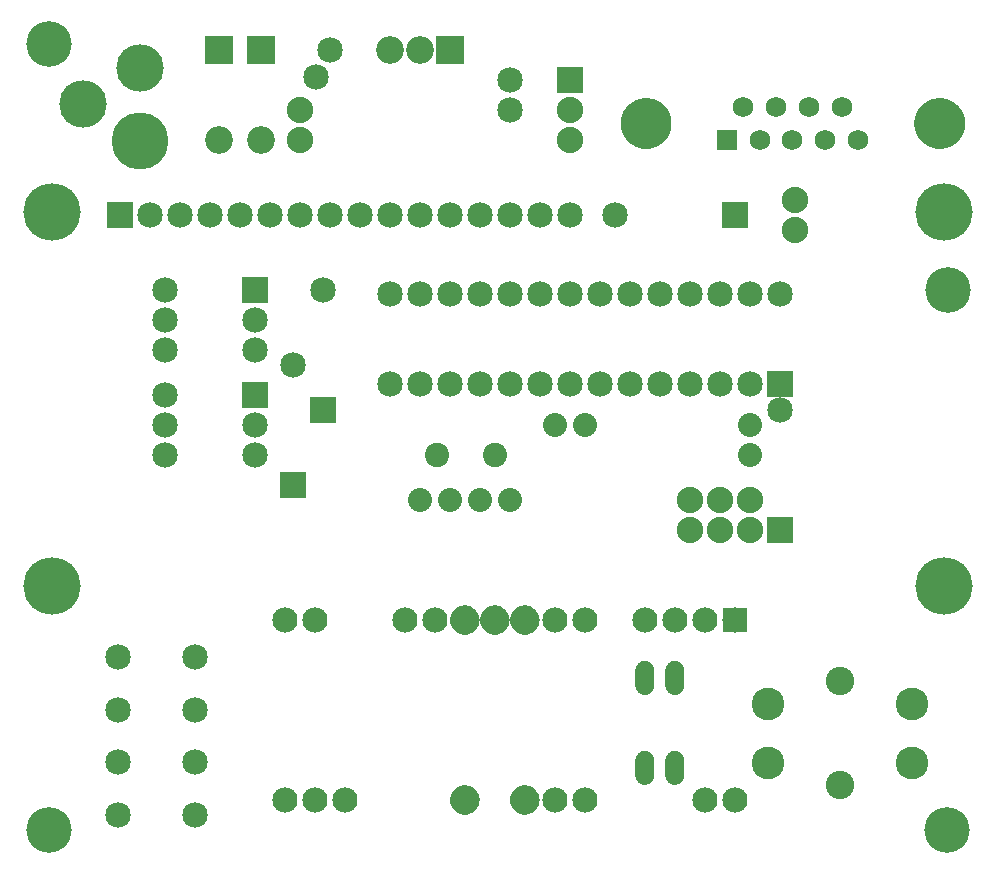
<source format=gbs>
G04 MADE WITH FRITZING*
G04 WWW.FRITZING.ORG*
G04 DOUBLE SIDED*
G04 HOLES PLATED*
G04 CONTOUR ON CENTER OF CONTOUR VECTOR*
%ASAXBY*%
%FSLAX23Y23*%
%MOIN*%
%OFA0B0*%
%SFA1.0B1.0*%
%ADD10C,0.190000*%
%ADD11C,0.158000*%
%ADD12C,0.080000*%
%ADD13C,0.062000*%
%ADD14C,0.109000*%
%ADD15C,0.095000*%
%ADD16C,0.092000*%
%ADD17C,0.084000*%
%ADD18C,0.088000*%
%ADD19C,0.085000*%
%ADD20C,0.151732*%
%ADD21C,0.191102*%
%ADD22C,0.080925*%
%ADD23C,0.080866*%
%ADD24C,0.069000*%
%ADD25R,0.092000X0.092000*%
%ADD26R,0.084000X0.084000*%
%ADD27R,0.085000X0.085000*%
%ADD28R,0.088000X0.088000*%
%ADD29R,0.069000X0.069000*%
%ADD30C,0.030000*%
%ADD31R,0.001000X0.001000*%
%LNMASK0*%
G90*
G70*
G54D10*
X432Y2408D03*
G54D11*
X432Y2653D03*
X242Y2533D03*
G54D12*
X1917Y1460D03*
X1817Y1460D03*
G54D13*
X2117Y317D03*
X2217Y317D03*
X2217Y617D03*
X2117Y617D03*
G54D14*
X3006Y334D03*
X2526Y334D03*
X3006Y530D03*
X2526Y530D03*
G54D15*
X2766Y608D03*
X2766Y263D03*
G54D16*
X1467Y2710D03*
X1367Y2710D03*
X1267Y2710D03*
G54D17*
X1817Y210D03*
X1917Y810D03*
X1417Y810D03*
X1917Y210D03*
X1317Y810D03*
X1817Y810D03*
X1017Y810D03*
X917Y810D03*
X1117Y210D03*
X1017Y210D03*
X917Y210D03*
X2417Y810D03*
X2317Y810D03*
X2217Y810D03*
X2117Y810D03*
X2317Y210D03*
X2417Y210D03*
G54D18*
X2617Y2210D03*
X2617Y2110D03*
G54D19*
X2417Y2160D03*
X2017Y2160D03*
X2567Y1110D03*
X2567Y1510D03*
G54D12*
X2467Y1360D03*
X2467Y1460D03*
G54D20*
X131Y110D03*
X130Y2732D03*
X3125Y1910D03*
X3124Y110D03*
G54D21*
X141Y926D03*
X141Y2170D03*
X3113Y926D03*
X3113Y2170D03*
G54D16*
X698Y2710D03*
X698Y2412D03*
X837Y2710D03*
X837Y2412D03*
G54D19*
X367Y2160D03*
X467Y2160D03*
X567Y2160D03*
X667Y2160D03*
X767Y2160D03*
X867Y2160D03*
X967Y2160D03*
X1067Y2160D03*
X1167Y2160D03*
X1267Y2160D03*
X1367Y2160D03*
X1467Y2160D03*
X1567Y2160D03*
X1667Y2160D03*
X1767Y2160D03*
X1867Y2160D03*
X1067Y2710D03*
X1020Y2622D03*
G54D18*
X1867Y2610D03*
X1867Y2510D03*
X1867Y2410D03*
G54D19*
X361Y337D03*
X617Y337D03*
X361Y160D03*
X617Y160D03*
X361Y687D03*
X617Y687D03*
X361Y510D03*
X617Y510D03*
X1667Y2510D03*
X1667Y2610D03*
X2567Y1599D03*
X2567Y1899D03*
X2467Y1599D03*
X2467Y1899D03*
X2367Y1599D03*
X2367Y1899D03*
X2267Y1599D03*
X2267Y1899D03*
X2167Y1599D03*
X2167Y1899D03*
X2067Y1599D03*
X2067Y1899D03*
X1967Y1599D03*
X1967Y1899D03*
X1867Y1599D03*
X1867Y1899D03*
X1767Y1599D03*
X1767Y1899D03*
X1667Y1599D03*
X1667Y1899D03*
X1567Y1599D03*
X1567Y1899D03*
X1467Y1599D03*
X1467Y1899D03*
X1367Y1599D03*
X1367Y1899D03*
X1267Y1599D03*
X1267Y1899D03*
X2567Y1599D03*
X2567Y1899D03*
X2467Y1599D03*
X2467Y1899D03*
X2367Y1599D03*
X2367Y1899D03*
X2267Y1599D03*
X2267Y1899D03*
X2167Y1599D03*
X2167Y1899D03*
X2067Y1599D03*
X2067Y1899D03*
X1967Y1599D03*
X1967Y1899D03*
X1867Y1599D03*
X1867Y1899D03*
X1767Y1599D03*
X1767Y1899D03*
X1667Y1599D03*
X1667Y1899D03*
X1567Y1599D03*
X1567Y1899D03*
X1467Y1599D03*
X1467Y1899D03*
X1367Y1599D03*
X1367Y1899D03*
X1267Y1599D03*
X1267Y1899D03*
G54D22*
X1424Y1360D03*
G54D23*
X1617Y1360D03*
G54D19*
X817Y1560D03*
X517Y1560D03*
X817Y1460D03*
X517Y1460D03*
X817Y1360D03*
X517Y1360D03*
X817Y1910D03*
X517Y1910D03*
X817Y1810D03*
X517Y1810D03*
X817Y1710D03*
X517Y1710D03*
X1043Y1510D03*
X1043Y1910D03*
G54D18*
X967Y2510D03*
X967Y2410D03*
G54D19*
X943Y1260D03*
X943Y1660D03*
G54D12*
X1367Y1210D03*
X1467Y1210D03*
X1567Y1210D03*
X1667Y1210D03*
G54D24*
X2390Y2410D03*
X2499Y2410D03*
X2608Y2410D03*
X2717Y2410D03*
X2826Y2410D03*
X2444Y2522D03*
X2554Y2522D03*
X2662Y2522D03*
X2772Y2522D03*
G54D18*
X2467Y1110D03*
X2367Y1110D03*
X2267Y1110D03*
X2467Y1110D03*
X2367Y1110D03*
X2267Y1110D03*
X2267Y1210D03*
X2367Y1210D03*
X2467Y1210D03*
G54D25*
X1467Y2710D03*
G54D26*
X2417Y810D03*
G54D27*
X2417Y2160D03*
X2567Y1110D03*
G54D25*
X698Y2711D03*
X837Y2711D03*
G54D27*
X366Y2160D03*
G54D28*
X1867Y2610D03*
G54D27*
X2567Y1599D03*
X2567Y1599D03*
X817Y1560D03*
X817Y1910D03*
X1043Y1510D03*
X943Y1260D03*
G54D29*
X2390Y2410D03*
G54D30*
G36*
X1078Y2673D02*
X1030Y2699D01*
X1055Y2747D01*
X1104Y2721D01*
X1078Y2673D01*
G37*
D02*
G36*
X1639Y2537D02*
X1694Y2537D01*
X1694Y2482D01*
X1639Y2482D01*
X1639Y2537D01*
G37*
D02*
G54D31*
X2114Y2551D02*
X2126Y2551D01*
X3093Y2551D02*
X3105Y2551D01*
X2107Y2550D02*
X2134Y2550D01*
X3086Y2550D02*
X3112Y2550D01*
X2102Y2549D02*
X2138Y2549D01*
X3081Y2549D02*
X3117Y2549D01*
X2098Y2548D02*
X2142Y2548D01*
X3077Y2548D02*
X3121Y2548D01*
X2095Y2547D02*
X2145Y2547D01*
X3074Y2547D02*
X3124Y2547D01*
X2092Y2546D02*
X2148Y2546D01*
X3071Y2546D02*
X3127Y2546D01*
X2090Y2545D02*
X2151Y2545D01*
X3068Y2545D02*
X3129Y2545D01*
X2087Y2544D02*
X2153Y2544D01*
X3066Y2544D02*
X3132Y2544D01*
X2085Y2543D02*
X2155Y2543D01*
X3064Y2543D02*
X3134Y2543D01*
X2083Y2542D02*
X2157Y2542D01*
X3062Y2542D02*
X3136Y2542D01*
X2081Y2541D02*
X2159Y2541D01*
X3060Y2541D02*
X3138Y2541D01*
X2079Y2540D02*
X2161Y2540D01*
X3058Y2540D02*
X3140Y2540D01*
X2078Y2539D02*
X2163Y2539D01*
X3056Y2539D02*
X3142Y2539D01*
X2076Y2538D02*
X2164Y2538D01*
X3055Y2538D02*
X3143Y2538D01*
X2074Y2537D02*
X2166Y2537D01*
X3053Y2537D02*
X3145Y2537D01*
X2073Y2536D02*
X2168Y2536D01*
X3052Y2536D02*
X3146Y2536D01*
X2071Y2535D02*
X2169Y2535D01*
X3050Y2535D02*
X3148Y2535D01*
X2070Y2534D02*
X2170Y2534D01*
X3049Y2534D02*
X3149Y2534D01*
X2069Y2533D02*
X2172Y2533D01*
X3047Y2533D02*
X3150Y2533D01*
X2067Y2532D02*
X2173Y2532D01*
X3046Y2532D02*
X3152Y2532D01*
X2066Y2531D02*
X2174Y2531D01*
X3045Y2531D02*
X3153Y2531D01*
X2065Y2530D02*
X2175Y2530D01*
X3044Y2530D02*
X3154Y2530D01*
X2064Y2529D02*
X2177Y2529D01*
X3043Y2529D02*
X3155Y2529D01*
X2063Y2528D02*
X2178Y2528D01*
X3041Y2528D02*
X3157Y2528D01*
X2062Y2527D02*
X2179Y2527D01*
X3040Y2527D02*
X3158Y2527D01*
X2061Y2526D02*
X2180Y2526D01*
X3039Y2526D02*
X3159Y2526D01*
X2060Y2525D02*
X2181Y2525D01*
X3038Y2525D02*
X3160Y2525D01*
X2059Y2524D02*
X2182Y2524D01*
X3037Y2524D02*
X3161Y2524D01*
X2058Y2523D02*
X2183Y2523D01*
X3036Y2523D02*
X3162Y2523D01*
X2057Y2522D02*
X2184Y2522D01*
X3035Y2522D02*
X3163Y2522D01*
X2056Y2521D02*
X2185Y2521D01*
X3035Y2521D02*
X3163Y2521D01*
X2055Y2520D02*
X2186Y2520D01*
X3034Y2520D02*
X3164Y2520D01*
X2054Y2519D02*
X2186Y2519D01*
X3033Y2519D02*
X3165Y2519D01*
X2053Y2518D02*
X2187Y2518D01*
X3032Y2518D02*
X3166Y2518D01*
X2053Y2517D02*
X2188Y2517D01*
X3031Y2517D02*
X3167Y2517D01*
X2052Y2516D02*
X2189Y2516D01*
X3030Y2516D02*
X3167Y2516D01*
X2051Y2515D02*
X2189Y2515D01*
X3030Y2515D02*
X3168Y2515D01*
X2050Y2514D02*
X2190Y2514D01*
X3029Y2514D02*
X3169Y2514D01*
X2050Y2513D02*
X2191Y2513D01*
X3028Y2513D02*
X3170Y2513D01*
X2049Y2512D02*
X2191Y2512D01*
X3028Y2512D02*
X3170Y2512D01*
X2048Y2511D02*
X2192Y2511D01*
X3027Y2511D02*
X3171Y2511D01*
X2048Y2510D02*
X2193Y2510D01*
X3026Y2510D02*
X3171Y2510D01*
X2047Y2509D02*
X2193Y2509D01*
X3026Y2509D02*
X3172Y2509D01*
X2047Y2508D02*
X2194Y2508D01*
X3025Y2508D02*
X3173Y2508D01*
X2046Y2507D02*
X2194Y2507D01*
X3025Y2507D02*
X3173Y2507D01*
X2045Y2506D02*
X2195Y2506D01*
X3024Y2506D02*
X3174Y2506D01*
X2045Y2505D02*
X2195Y2505D01*
X3024Y2505D02*
X3174Y2505D01*
X2044Y2504D02*
X2196Y2504D01*
X3023Y2504D02*
X3175Y2504D01*
X2044Y2503D02*
X2196Y2503D01*
X3023Y2503D02*
X3175Y2503D01*
X2044Y2502D02*
X2197Y2502D01*
X3022Y2502D02*
X3176Y2502D01*
X2043Y2501D02*
X2197Y2501D01*
X3022Y2501D02*
X3176Y2501D01*
X2043Y2500D02*
X2198Y2500D01*
X3021Y2500D02*
X3176Y2500D01*
X2042Y2499D02*
X2198Y2499D01*
X3021Y2499D02*
X3177Y2499D01*
X2042Y2498D02*
X2199Y2498D01*
X3021Y2498D02*
X3177Y2498D01*
X2042Y2497D02*
X2199Y2497D01*
X3020Y2497D02*
X3178Y2497D01*
X2041Y2496D02*
X2199Y2496D01*
X3020Y2496D02*
X3178Y2496D01*
X2041Y2495D02*
X2200Y2495D01*
X3020Y2495D02*
X3178Y2495D01*
X2040Y2494D02*
X2200Y2494D01*
X3019Y2494D02*
X3179Y2494D01*
X2040Y2493D02*
X2200Y2493D01*
X3019Y2493D02*
X3179Y2493D01*
X2040Y2492D02*
X2201Y2492D01*
X3019Y2492D02*
X3179Y2492D01*
X2040Y2491D02*
X2201Y2491D01*
X3018Y2491D02*
X3180Y2491D01*
X2039Y2490D02*
X2201Y2490D01*
X3018Y2490D02*
X3180Y2490D01*
X2039Y2489D02*
X2201Y2489D01*
X3018Y2489D02*
X3180Y2489D01*
X2039Y2488D02*
X2202Y2488D01*
X3017Y2488D02*
X3180Y2488D01*
X2039Y2487D02*
X2202Y2487D01*
X3017Y2487D02*
X3181Y2487D01*
X2038Y2486D02*
X2202Y2486D01*
X3017Y2486D02*
X3181Y2486D01*
X2038Y2485D02*
X2202Y2485D01*
X3017Y2485D02*
X3181Y2485D01*
X2038Y2484D02*
X2203Y2484D01*
X3017Y2484D02*
X3181Y2484D01*
X2038Y2483D02*
X2203Y2483D01*
X3016Y2483D02*
X3182Y2483D01*
X2037Y2482D02*
X2203Y2482D01*
X3016Y2482D02*
X3182Y2482D01*
X2037Y2481D02*
X2203Y2481D01*
X3016Y2481D02*
X3182Y2481D01*
X2037Y2480D02*
X2203Y2480D01*
X3016Y2480D02*
X3182Y2480D01*
X2037Y2479D02*
X2203Y2479D01*
X3016Y2479D02*
X3182Y2479D01*
X2037Y2478D02*
X2204Y2478D01*
X3016Y2478D02*
X3182Y2478D01*
X2037Y2477D02*
X2204Y2477D01*
X3016Y2477D02*
X3182Y2477D01*
X2037Y2476D02*
X2204Y2476D01*
X3015Y2476D02*
X3183Y2476D01*
X2037Y2475D02*
X2204Y2475D01*
X3015Y2475D02*
X3183Y2475D01*
X2036Y2474D02*
X2204Y2474D01*
X3015Y2474D02*
X3183Y2474D01*
X2036Y2473D02*
X2204Y2473D01*
X3015Y2473D02*
X3183Y2473D01*
X2036Y2472D02*
X2204Y2472D01*
X3015Y2472D02*
X3183Y2472D01*
X2036Y2471D02*
X2204Y2471D01*
X3015Y2471D02*
X3183Y2471D01*
X2036Y2470D02*
X2204Y2470D01*
X3015Y2470D02*
X3183Y2470D01*
X2036Y2469D02*
X2204Y2469D01*
X3015Y2469D02*
X3183Y2469D01*
X2036Y2468D02*
X2204Y2468D01*
X3015Y2468D02*
X3183Y2468D01*
X2036Y2467D02*
X2204Y2467D01*
X3015Y2467D02*
X3183Y2467D01*
X2036Y2466D02*
X2204Y2466D01*
X3015Y2466D02*
X3183Y2466D01*
X2036Y2465D02*
X2204Y2465D01*
X3015Y2465D02*
X3183Y2465D01*
X2036Y2464D02*
X2204Y2464D01*
X3015Y2464D02*
X3183Y2464D01*
X2036Y2463D02*
X2204Y2463D01*
X3015Y2463D02*
X3183Y2463D01*
X2036Y2462D02*
X2204Y2462D01*
X3015Y2462D02*
X3183Y2462D01*
X2036Y2461D02*
X2204Y2461D01*
X3015Y2461D02*
X3183Y2461D01*
X2036Y2460D02*
X2204Y2460D01*
X3015Y2460D02*
X3183Y2460D01*
X2036Y2459D02*
X2204Y2459D01*
X3015Y2459D02*
X3183Y2459D01*
X2037Y2458D02*
X2204Y2458D01*
X3015Y2458D02*
X3183Y2458D01*
X2037Y2457D02*
X2204Y2457D01*
X3015Y2457D02*
X3183Y2457D01*
X2037Y2456D02*
X2204Y2456D01*
X3015Y2456D02*
X3182Y2456D01*
X2037Y2455D02*
X2204Y2455D01*
X3016Y2455D02*
X3182Y2455D01*
X2037Y2454D02*
X2203Y2454D01*
X3016Y2454D02*
X3182Y2454D01*
X2037Y2453D02*
X2203Y2453D01*
X3016Y2453D02*
X3182Y2453D01*
X2037Y2452D02*
X2203Y2452D01*
X3016Y2452D02*
X3182Y2452D01*
X2037Y2451D02*
X2203Y2451D01*
X3016Y2451D02*
X3182Y2451D01*
X2038Y2450D02*
X2203Y2450D01*
X3016Y2450D02*
X3182Y2450D01*
X2038Y2449D02*
X2203Y2449D01*
X3017Y2449D02*
X3181Y2449D01*
X2038Y2448D02*
X2202Y2448D01*
X3017Y2448D02*
X3181Y2448D01*
X2038Y2447D02*
X2202Y2447D01*
X3017Y2447D02*
X3181Y2447D01*
X2038Y2446D02*
X2202Y2446D01*
X3017Y2446D02*
X3181Y2446D01*
X2039Y2445D02*
X2202Y2445D01*
X3017Y2445D02*
X3181Y2445D01*
X2039Y2444D02*
X2202Y2444D01*
X3018Y2444D02*
X3180Y2444D01*
X2039Y2443D02*
X2201Y2443D01*
X3018Y2443D02*
X3180Y2443D01*
X2039Y2442D02*
X2201Y2442D01*
X3018Y2442D02*
X3180Y2442D01*
X2040Y2441D02*
X2201Y2441D01*
X3018Y2441D02*
X3179Y2441D01*
X2040Y2440D02*
X2200Y2440D01*
X3019Y2440D02*
X3179Y2440D01*
X2040Y2439D02*
X2200Y2439D01*
X3019Y2439D02*
X3179Y2439D01*
X2041Y2438D02*
X2200Y2438D01*
X3019Y2438D02*
X3179Y2438D01*
X2041Y2437D02*
X2199Y2437D01*
X3020Y2437D02*
X3178Y2437D01*
X2041Y2436D02*
X2199Y2436D01*
X3020Y2436D02*
X3178Y2436D01*
X2042Y2435D02*
X2199Y2435D01*
X3020Y2435D02*
X3177Y2435D01*
X2042Y2434D02*
X2198Y2434D01*
X3021Y2434D02*
X3177Y2434D01*
X2043Y2433D02*
X2198Y2433D01*
X3021Y2433D02*
X3177Y2433D01*
X2043Y2432D02*
X2198Y2432D01*
X3022Y2432D02*
X3176Y2432D01*
X2043Y2431D02*
X2197Y2431D01*
X3022Y2431D02*
X3176Y2431D01*
X2044Y2430D02*
X2197Y2430D01*
X3023Y2430D02*
X3175Y2430D01*
X2044Y2429D02*
X2196Y2429D01*
X3023Y2429D02*
X3175Y2429D01*
X2045Y2428D02*
X2196Y2428D01*
X3024Y2428D02*
X3174Y2428D01*
X2045Y2427D02*
X2195Y2427D01*
X3024Y2427D02*
X3174Y2427D01*
X2046Y2426D02*
X2195Y2426D01*
X3025Y2426D02*
X3173Y2426D01*
X2046Y2425D02*
X2194Y2425D01*
X3025Y2425D02*
X3173Y2425D01*
X2047Y2424D02*
X2194Y2424D01*
X3026Y2424D02*
X3172Y2424D01*
X2047Y2423D02*
X2193Y2423D01*
X3026Y2423D02*
X3172Y2423D01*
X2048Y2422D02*
X2192Y2422D01*
X3027Y2422D02*
X3171Y2422D01*
X2049Y2421D02*
X2192Y2421D01*
X3027Y2421D02*
X3170Y2421D01*
X2049Y2420D02*
X2191Y2420D01*
X3028Y2420D02*
X3170Y2420D01*
X2050Y2419D02*
X2190Y2419D01*
X3029Y2419D02*
X3169Y2419D01*
X2051Y2418D02*
X2190Y2418D01*
X3029Y2418D02*
X3168Y2418D01*
X2051Y2417D02*
X2189Y2417D01*
X3030Y2417D02*
X3168Y2417D01*
X2052Y2416D02*
X2188Y2416D01*
X3031Y2416D02*
X3167Y2416D01*
X2053Y2415D02*
X2187Y2415D01*
X3032Y2415D02*
X3166Y2415D01*
X2054Y2414D02*
X2187Y2414D01*
X3032Y2414D02*
X3165Y2414D01*
X2055Y2413D02*
X2186Y2413D01*
X3033Y2413D02*
X3165Y2413D01*
X2055Y2412D02*
X2185Y2412D01*
X3034Y2412D02*
X3164Y2412D01*
X2056Y2411D02*
X2184Y2411D01*
X3035Y2411D02*
X3163Y2411D01*
X2057Y2410D02*
X2183Y2410D01*
X3036Y2410D02*
X3162Y2410D01*
X2058Y2409D02*
X2182Y2409D01*
X3037Y2409D02*
X3161Y2409D01*
X2059Y2408D02*
X2181Y2408D01*
X3038Y2408D02*
X3160Y2408D01*
X2060Y2407D02*
X2180Y2407D01*
X3039Y2407D02*
X3159Y2407D01*
X2061Y2406D02*
X2179Y2406D01*
X3040Y2406D02*
X3158Y2406D01*
X2062Y2405D02*
X2178Y2405D01*
X3041Y2405D02*
X3157Y2405D01*
X2063Y2404D02*
X2177Y2404D01*
X3042Y2404D02*
X3156Y2404D01*
X2064Y2403D02*
X2176Y2403D01*
X3043Y2403D02*
X3155Y2403D01*
X2066Y2402D02*
X2175Y2402D01*
X3044Y2402D02*
X3154Y2402D01*
X2067Y2401D02*
X2174Y2401D01*
X3046Y2401D02*
X3152Y2401D01*
X2068Y2400D02*
X2172Y2400D01*
X3047Y2400D02*
X3151Y2400D01*
X2069Y2399D02*
X2171Y2399D01*
X3048Y2399D02*
X3150Y2399D01*
X2071Y2398D02*
X2170Y2398D01*
X3050Y2398D02*
X3148Y2398D01*
X2072Y2397D02*
X2168Y2397D01*
X3051Y2397D02*
X3147Y2397D01*
X2074Y2396D02*
X2167Y2396D01*
X3052Y2396D02*
X3145Y2396D01*
X2075Y2395D02*
X2165Y2395D01*
X3054Y2395D02*
X3144Y2395D01*
X2077Y2394D02*
X2164Y2394D01*
X3056Y2394D02*
X3142Y2394D01*
X2079Y2393D02*
X2162Y2393D01*
X3057Y2393D02*
X3141Y2393D01*
X2080Y2392D02*
X2160Y2392D01*
X3059Y2392D02*
X3139Y2392D01*
X2082Y2391D02*
X2158Y2391D01*
X3061Y2391D02*
X3137Y2391D01*
X2084Y2390D02*
X2156Y2390D01*
X3063Y2390D02*
X3135Y2390D01*
X2086Y2389D02*
X2154Y2389D01*
X3065Y2389D02*
X3133Y2389D01*
X2089Y2388D02*
X2152Y2388D01*
X3067Y2388D02*
X3130Y2388D01*
X2091Y2387D02*
X2149Y2387D01*
X3070Y2387D02*
X3128Y2387D01*
X2094Y2386D02*
X2146Y2386D01*
X3073Y2386D02*
X3125Y2386D01*
X2097Y2385D02*
X2143Y2385D01*
X3076Y2385D02*
X3122Y2385D01*
X2100Y2384D02*
X2140Y2384D01*
X3079Y2384D02*
X3119Y2384D01*
X2105Y2383D02*
X2136Y2383D01*
X3083Y2383D02*
X3114Y2383D01*
X2111Y2382D02*
X2130Y2382D01*
X3089Y2382D02*
X3109Y2382D01*
X1509Y860D02*
X1523Y860D01*
X1609Y860D02*
X1623Y860D01*
X1709Y860D02*
X1723Y860D01*
X1505Y859D02*
X1527Y859D01*
X1605Y859D02*
X1627Y859D01*
X1705Y859D02*
X1727Y859D01*
X1502Y858D02*
X1530Y858D01*
X1602Y858D02*
X1630Y858D01*
X1701Y858D02*
X1730Y858D01*
X1499Y857D02*
X1533Y857D01*
X1599Y857D02*
X1633Y857D01*
X1699Y857D02*
X1733Y857D01*
X1497Y856D02*
X1535Y856D01*
X1597Y856D02*
X1635Y856D01*
X1697Y856D02*
X1735Y856D01*
X1495Y855D02*
X1537Y855D01*
X1595Y855D02*
X1637Y855D01*
X1695Y855D02*
X1737Y855D01*
X1493Y854D02*
X1539Y854D01*
X1593Y854D02*
X1639Y854D01*
X1693Y854D02*
X1739Y854D01*
X1491Y853D02*
X1540Y853D01*
X1591Y853D02*
X1640Y853D01*
X1691Y853D02*
X1740Y853D01*
X1490Y852D02*
X1542Y852D01*
X1590Y852D02*
X1642Y852D01*
X1690Y852D02*
X1742Y852D01*
X1488Y851D02*
X1543Y851D01*
X1588Y851D02*
X1643Y851D01*
X1688Y851D02*
X1743Y851D01*
X1487Y850D02*
X1544Y850D01*
X1587Y850D02*
X1644Y850D01*
X1687Y850D02*
X1744Y850D01*
X1486Y849D02*
X1546Y849D01*
X1586Y849D02*
X1646Y849D01*
X1686Y849D02*
X1746Y849D01*
X1485Y848D02*
X1547Y848D01*
X1585Y848D02*
X1647Y848D01*
X1685Y848D02*
X1747Y848D01*
X1484Y847D02*
X1548Y847D01*
X1584Y847D02*
X1648Y847D01*
X1684Y847D02*
X1748Y847D01*
X1483Y846D02*
X1549Y846D01*
X1583Y846D02*
X1649Y846D01*
X1683Y846D02*
X1749Y846D01*
X1482Y845D02*
X1550Y845D01*
X1582Y845D02*
X1650Y845D01*
X1682Y845D02*
X1750Y845D01*
X1481Y844D02*
X1551Y844D01*
X1581Y844D02*
X1651Y844D01*
X1681Y844D02*
X1751Y844D01*
X1480Y843D02*
X1552Y843D01*
X1580Y843D02*
X1652Y843D01*
X1680Y843D02*
X1752Y843D01*
X1479Y842D02*
X1553Y842D01*
X1579Y842D02*
X1653Y842D01*
X1679Y842D02*
X1753Y842D01*
X1478Y841D02*
X1554Y841D01*
X1578Y841D02*
X1654Y841D01*
X1678Y841D02*
X1754Y841D01*
X1477Y840D02*
X1554Y840D01*
X1577Y840D02*
X1654Y840D01*
X1677Y840D02*
X1754Y840D01*
X1477Y839D02*
X1555Y839D01*
X1576Y839D02*
X1655Y839D01*
X1676Y839D02*
X1755Y839D01*
X1476Y838D02*
X1556Y838D01*
X1576Y838D02*
X1656Y838D01*
X1676Y838D02*
X1756Y838D01*
X1475Y837D02*
X1557Y837D01*
X1575Y837D02*
X1657Y837D01*
X1675Y837D02*
X1756Y837D01*
X1474Y836D02*
X1557Y836D01*
X1574Y836D02*
X1657Y836D01*
X1674Y836D02*
X1757Y836D01*
X1474Y835D02*
X1558Y835D01*
X1574Y835D02*
X1658Y835D01*
X1674Y835D02*
X1758Y835D01*
X1473Y834D02*
X1558Y834D01*
X1573Y834D02*
X1658Y834D01*
X1673Y834D02*
X1758Y834D01*
X1473Y833D02*
X1559Y833D01*
X1573Y833D02*
X1659Y833D01*
X1673Y833D02*
X1759Y833D01*
X1472Y832D02*
X1559Y832D01*
X1572Y832D02*
X1659Y832D01*
X1672Y832D02*
X1759Y832D01*
X1472Y831D02*
X1560Y831D01*
X1572Y831D02*
X1660Y831D01*
X1672Y831D02*
X1760Y831D01*
X1471Y830D02*
X1560Y830D01*
X1571Y830D02*
X1660Y830D01*
X1671Y830D02*
X1760Y830D01*
X1471Y829D02*
X1561Y829D01*
X1571Y829D02*
X1661Y829D01*
X1671Y829D02*
X1761Y829D01*
X1470Y828D02*
X1561Y828D01*
X1570Y828D02*
X1661Y828D01*
X1670Y828D02*
X1761Y828D01*
X1470Y827D02*
X1562Y827D01*
X1570Y827D02*
X1662Y827D01*
X1670Y827D02*
X1762Y827D01*
X1470Y826D02*
X1562Y826D01*
X1570Y826D02*
X1662Y826D01*
X1669Y826D02*
X1762Y826D01*
X1469Y825D02*
X1562Y825D01*
X1569Y825D02*
X1662Y825D01*
X1669Y825D02*
X1762Y825D01*
X1469Y824D02*
X1563Y824D01*
X1569Y824D02*
X1663Y824D01*
X1669Y824D02*
X1763Y824D01*
X1469Y823D02*
X1563Y823D01*
X1569Y823D02*
X1663Y823D01*
X1669Y823D02*
X1763Y823D01*
X1468Y822D02*
X1563Y822D01*
X1568Y822D02*
X1663Y822D01*
X1668Y822D02*
X1763Y822D01*
X1468Y821D02*
X1564Y821D01*
X1568Y821D02*
X1664Y821D01*
X1668Y821D02*
X1764Y821D01*
X1468Y820D02*
X1564Y820D01*
X1568Y820D02*
X1664Y820D01*
X1668Y820D02*
X1764Y820D01*
X1468Y819D02*
X1564Y819D01*
X1568Y819D02*
X1664Y819D01*
X1668Y819D02*
X1764Y819D01*
X1467Y818D02*
X1564Y818D01*
X1567Y818D02*
X1664Y818D01*
X1667Y818D02*
X1764Y818D01*
X1467Y817D02*
X1564Y817D01*
X1567Y817D02*
X1664Y817D01*
X1667Y817D02*
X1764Y817D01*
X1467Y816D02*
X1564Y816D01*
X1567Y816D02*
X1664Y816D01*
X1667Y816D02*
X1764Y816D01*
X1467Y815D02*
X1565Y815D01*
X1567Y815D02*
X1665Y815D01*
X1667Y815D02*
X1765Y815D01*
X1467Y814D02*
X1565Y814D01*
X1567Y814D02*
X1665Y814D01*
X1667Y814D02*
X1765Y814D01*
X1467Y813D02*
X1565Y813D01*
X1567Y813D02*
X1665Y813D01*
X1667Y813D02*
X1765Y813D01*
X1467Y812D02*
X1565Y812D01*
X1567Y812D02*
X1665Y812D01*
X1667Y812D02*
X1765Y812D01*
X1467Y811D02*
X1565Y811D01*
X1567Y811D02*
X1665Y811D01*
X1667Y811D02*
X1765Y811D01*
X1467Y810D02*
X1565Y810D01*
X1567Y810D02*
X1665Y810D01*
X1667Y810D02*
X1765Y810D01*
X1467Y809D02*
X1565Y809D01*
X1567Y809D02*
X1665Y809D01*
X1667Y809D02*
X1765Y809D01*
X1467Y808D02*
X1565Y808D01*
X1567Y808D02*
X1665Y808D01*
X1667Y808D02*
X1765Y808D01*
X1467Y807D02*
X1565Y807D01*
X1567Y807D02*
X1665Y807D01*
X1667Y807D02*
X1764Y807D01*
X1467Y806D02*
X1564Y806D01*
X1567Y806D02*
X1664Y806D01*
X1667Y806D02*
X1764Y806D01*
X1467Y805D02*
X1564Y805D01*
X1567Y805D02*
X1664Y805D01*
X1667Y805D02*
X1764Y805D01*
X1468Y804D02*
X1564Y804D01*
X1567Y804D02*
X1664Y804D01*
X1667Y804D02*
X1764Y804D01*
X1468Y803D02*
X1564Y803D01*
X1568Y803D02*
X1664Y803D01*
X1668Y803D02*
X1764Y803D01*
X1468Y802D02*
X1564Y802D01*
X1568Y802D02*
X1664Y802D01*
X1668Y802D02*
X1764Y802D01*
X1468Y801D02*
X1563Y801D01*
X1568Y801D02*
X1663Y801D01*
X1668Y801D02*
X1763Y801D01*
X1468Y800D02*
X1563Y800D01*
X1568Y800D02*
X1663Y800D01*
X1668Y800D02*
X1763Y800D01*
X1469Y799D02*
X1563Y799D01*
X1569Y799D02*
X1663Y799D01*
X1669Y799D02*
X1763Y799D01*
X1469Y798D02*
X1563Y798D01*
X1569Y798D02*
X1663Y798D01*
X1669Y798D02*
X1763Y798D01*
X1469Y797D02*
X1562Y797D01*
X1569Y797D02*
X1662Y797D01*
X1669Y797D02*
X1762Y797D01*
X1470Y796D02*
X1562Y796D01*
X1570Y796D02*
X1662Y796D01*
X1670Y796D02*
X1762Y796D01*
X1470Y795D02*
X1562Y795D01*
X1570Y795D02*
X1662Y795D01*
X1670Y795D02*
X1762Y795D01*
X1470Y794D02*
X1561Y794D01*
X1570Y794D02*
X1661Y794D01*
X1670Y794D02*
X1761Y794D01*
X1471Y793D02*
X1561Y793D01*
X1571Y793D02*
X1661Y793D01*
X1671Y793D02*
X1761Y793D01*
X1471Y792D02*
X1560Y792D01*
X1571Y792D02*
X1660Y792D01*
X1671Y792D02*
X1760Y792D01*
X1472Y791D02*
X1560Y791D01*
X1572Y791D02*
X1660Y791D01*
X1672Y791D02*
X1760Y791D01*
X1472Y790D02*
X1559Y790D01*
X1572Y790D02*
X1659Y790D01*
X1672Y790D02*
X1759Y790D01*
X1473Y789D02*
X1559Y789D01*
X1573Y789D02*
X1659Y789D01*
X1673Y789D02*
X1759Y789D01*
X1473Y788D02*
X1558Y788D01*
X1573Y788D02*
X1658Y788D01*
X1673Y788D02*
X1758Y788D01*
X1474Y787D02*
X1558Y787D01*
X1574Y787D02*
X1658Y787D01*
X1674Y787D02*
X1757Y787D01*
X1475Y786D02*
X1557Y786D01*
X1575Y786D02*
X1657Y786D01*
X1675Y786D02*
X1757Y786D01*
X1475Y785D02*
X1556Y785D01*
X1575Y785D02*
X1656Y785D01*
X1675Y785D02*
X1756Y785D01*
X1476Y784D02*
X1556Y784D01*
X1576Y784D02*
X1656Y784D01*
X1676Y784D02*
X1756Y784D01*
X1477Y783D02*
X1555Y783D01*
X1577Y783D02*
X1655Y783D01*
X1677Y783D02*
X1755Y783D01*
X1478Y782D02*
X1554Y782D01*
X1578Y782D02*
X1654Y782D01*
X1678Y782D02*
X1754Y782D01*
X1478Y781D02*
X1553Y781D01*
X1578Y781D02*
X1653Y781D01*
X1678Y781D02*
X1753Y781D01*
X1479Y780D02*
X1552Y780D01*
X1579Y780D02*
X1652Y780D01*
X1679Y780D02*
X1752Y780D01*
X1480Y779D02*
X1552Y779D01*
X1580Y779D02*
X1652Y779D01*
X1680Y779D02*
X1751Y779D01*
X1481Y778D02*
X1551Y778D01*
X1581Y778D02*
X1651Y778D01*
X1681Y778D02*
X1751Y778D01*
X1482Y777D02*
X1550Y777D01*
X1582Y777D02*
X1650Y777D01*
X1682Y777D02*
X1750Y777D01*
X1483Y776D02*
X1549Y776D01*
X1583Y776D02*
X1649Y776D01*
X1683Y776D02*
X1749Y776D01*
X1484Y775D02*
X1548Y775D01*
X1584Y775D02*
X1648Y775D01*
X1684Y775D02*
X1747Y775D01*
X1485Y774D02*
X1546Y774D01*
X1585Y774D02*
X1646Y774D01*
X1685Y774D02*
X1746Y774D01*
X1486Y773D02*
X1545Y773D01*
X1586Y773D02*
X1645Y773D01*
X1686Y773D02*
X1745Y773D01*
X1488Y772D02*
X1544Y772D01*
X1588Y772D02*
X1644Y772D01*
X1688Y772D02*
X1744Y772D01*
X1489Y771D02*
X1543Y771D01*
X1589Y771D02*
X1643Y771D01*
X1689Y771D02*
X1743Y771D01*
X1491Y770D02*
X1541Y770D01*
X1591Y770D02*
X1641Y770D01*
X1690Y770D02*
X1741Y770D01*
X1492Y769D02*
X1540Y769D01*
X1592Y769D02*
X1640Y769D01*
X1692Y769D02*
X1740Y769D01*
X1494Y768D02*
X1538Y768D01*
X1594Y768D02*
X1638Y768D01*
X1694Y768D02*
X1738Y768D01*
X1496Y767D02*
X1536Y767D01*
X1596Y767D02*
X1636Y767D01*
X1696Y767D02*
X1736Y767D01*
X1498Y766D02*
X1534Y766D01*
X1598Y766D02*
X1634Y766D01*
X1698Y766D02*
X1734Y766D01*
X1500Y765D02*
X1532Y765D01*
X1600Y765D02*
X1632Y765D01*
X1700Y765D02*
X1732Y765D01*
X1503Y764D02*
X1529Y764D01*
X1603Y764D02*
X1629Y764D01*
X1703Y764D02*
X1729Y764D01*
X1506Y763D02*
X1525Y763D01*
X1606Y763D02*
X1625Y763D01*
X1706Y763D02*
X1725Y763D01*
X1512Y762D02*
X1520Y762D01*
X1612Y762D02*
X1620Y762D01*
X1712Y762D02*
X1720Y762D01*
X2112Y675D02*
X2120Y675D01*
X2212Y675D02*
X2220Y675D01*
X2108Y674D02*
X2124Y674D01*
X2208Y674D02*
X2224Y674D01*
X2105Y673D02*
X2127Y673D01*
X2205Y673D02*
X2227Y673D01*
X2103Y672D02*
X2129Y672D01*
X2203Y672D02*
X2229Y672D01*
X2101Y671D02*
X2130Y671D01*
X2201Y671D02*
X2230Y671D01*
X2099Y670D02*
X2132Y670D01*
X2199Y670D02*
X2232Y670D01*
X2098Y669D02*
X2133Y669D01*
X2198Y669D02*
X2233Y669D01*
X2097Y668D02*
X2135Y668D01*
X2197Y668D02*
X2235Y668D01*
X2096Y667D02*
X2136Y667D01*
X2196Y667D02*
X2236Y667D01*
X2095Y666D02*
X2137Y666D01*
X2194Y666D02*
X2237Y666D01*
X2094Y665D02*
X2138Y665D01*
X2194Y665D02*
X2238Y665D01*
X2093Y664D02*
X2139Y664D01*
X2193Y664D02*
X2239Y664D01*
X2092Y663D02*
X2140Y663D01*
X2192Y663D02*
X2239Y663D01*
X2091Y662D02*
X2140Y662D01*
X2191Y662D02*
X2240Y662D01*
X2090Y661D02*
X2141Y661D01*
X2190Y661D02*
X2241Y661D01*
X2090Y660D02*
X2142Y660D01*
X2190Y660D02*
X2242Y660D01*
X2089Y659D02*
X2142Y659D01*
X2189Y659D02*
X2242Y659D01*
X2089Y658D02*
X2143Y658D01*
X2189Y658D02*
X2243Y658D01*
X2088Y657D02*
X2143Y657D01*
X2188Y657D02*
X2243Y657D01*
X2088Y656D02*
X2144Y656D01*
X2188Y656D02*
X2244Y656D01*
X2087Y655D02*
X2144Y655D01*
X2187Y655D02*
X2244Y655D01*
X2087Y654D02*
X2144Y654D01*
X2187Y654D02*
X2244Y654D01*
X2087Y653D02*
X2145Y653D01*
X2187Y653D02*
X2245Y653D01*
X2086Y652D02*
X2145Y652D01*
X2186Y652D02*
X2245Y652D01*
X2086Y651D02*
X2145Y651D01*
X2186Y651D02*
X2245Y651D01*
X2086Y650D02*
X2146Y650D01*
X2186Y650D02*
X2246Y650D01*
X2086Y649D02*
X2146Y649D01*
X2186Y649D02*
X2246Y649D01*
X2085Y648D02*
X2146Y648D01*
X2185Y648D02*
X2246Y648D01*
X2085Y647D02*
X2146Y647D01*
X2185Y647D02*
X2246Y647D01*
X2085Y646D02*
X2146Y646D01*
X2185Y646D02*
X2246Y646D01*
X2085Y645D02*
X2146Y645D01*
X2185Y645D02*
X2246Y645D01*
X2085Y644D02*
X2146Y644D01*
X2185Y644D02*
X2246Y644D01*
X2085Y643D02*
X2146Y643D01*
X2185Y643D02*
X2246Y643D01*
X2085Y642D02*
X2146Y642D01*
X2185Y642D02*
X2246Y642D01*
X2085Y641D02*
X2146Y641D01*
X2185Y641D02*
X2246Y641D01*
X2085Y640D02*
X2146Y640D01*
X2185Y640D02*
X2246Y640D01*
X2085Y639D02*
X2146Y639D01*
X2185Y639D02*
X2246Y639D01*
X2085Y638D02*
X2146Y638D01*
X2185Y638D02*
X2246Y638D01*
X2085Y637D02*
X2146Y637D01*
X2185Y637D02*
X2246Y637D01*
X2085Y636D02*
X2146Y636D01*
X2185Y636D02*
X2246Y636D01*
X2085Y635D02*
X2146Y635D01*
X2185Y635D02*
X2246Y635D01*
X2085Y634D02*
X2146Y634D01*
X2185Y634D02*
X2246Y634D01*
X2085Y633D02*
X2146Y633D01*
X2185Y633D02*
X2246Y633D01*
X2085Y632D02*
X2146Y632D01*
X2185Y632D02*
X2246Y632D01*
X2085Y631D02*
X2146Y631D01*
X2185Y631D02*
X2246Y631D01*
X2085Y630D02*
X2146Y630D01*
X2185Y630D02*
X2246Y630D01*
X2085Y629D02*
X2112Y629D01*
X2119Y629D02*
X2146Y629D01*
X2185Y629D02*
X2212Y629D01*
X2219Y629D02*
X2246Y629D01*
X2085Y628D02*
X2109Y628D01*
X2122Y628D02*
X2146Y628D01*
X2185Y628D02*
X2209Y628D01*
X2222Y628D02*
X2246Y628D01*
X2085Y627D02*
X2108Y627D01*
X2124Y627D02*
X2146Y627D01*
X2185Y627D02*
X2208Y627D01*
X2224Y627D02*
X2246Y627D01*
X2085Y626D02*
X2107Y626D01*
X2125Y626D02*
X2146Y626D01*
X2185Y626D02*
X2207Y626D01*
X2225Y626D02*
X2246Y626D01*
X2085Y625D02*
X2106Y625D01*
X2125Y625D02*
X2146Y625D01*
X2185Y625D02*
X2206Y625D01*
X2225Y625D02*
X2246Y625D01*
X2085Y624D02*
X2105Y624D01*
X2126Y624D02*
X2146Y624D01*
X2185Y624D02*
X2205Y624D01*
X2226Y624D02*
X2246Y624D01*
X2085Y623D02*
X2105Y623D01*
X2126Y623D02*
X2146Y623D01*
X2185Y623D02*
X2205Y623D01*
X2226Y623D02*
X2246Y623D01*
X2085Y622D02*
X2105Y622D01*
X2127Y622D02*
X2146Y622D01*
X2185Y622D02*
X2205Y622D01*
X2227Y622D02*
X2246Y622D01*
X2085Y621D02*
X2104Y621D01*
X2127Y621D02*
X2146Y621D01*
X2185Y621D02*
X2204Y621D01*
X2227Y621D02*
X2246Y621D01*
X2085Y620D02*
X2104Y620D01*
X2127Y620D02*
X2146Y620D01*
X2185Y620D02*
X2204Y620D01*
X2227Y620D02*
X2246Y620D01*
X2085Y619D02*
X2104Y619D01*
X2127Y619D02*
X2146Y619D01*
X2185Y619D02*
X2204Y619D01*
X2227Y619D02*
X2246Y619D01*
X2085Y618D02*
X2104Y618D01*
X2127Y618D02*
X2146Y618D01*
X2185Y618D02*
X2204Y618D01*
X2227Y618D02*
X2246Y618D01*
X2085Y617D02*
X2104Y617D01*
X2127Y617D02*
X2146Y617D01*
X2185Y617D02*
X2204Y617D01*
X2227Y617D02*
X2246Y617D01*
X2085Y616D02*
X2104Y616D01*
X2127Y616D02*
X2146Y616D01*
X2185Y616D02*
X2204Y616D01*
X2227Y616D02*
X2246Y616D01*
X2085Y615D02*
X2105Y615D01*
X2127Y615D02*
X2146Y615D01*
X2185Y615D02*
X2205Y615D01*
X2227Y615D02*
X2246Y615D01*
X2085Y614D02*
X2105Y614D01*
X2126Y614D02*
X2146Y614D01*
X2185Y614D02*
X2205Y614D01*
X2226Y614D02*
X2246Y614D01*
X2085Y613D02*
X2105Y613D01*
X2126Y613D02*
X2146Y613D01*
X2185Y613D02*
X2205Y613D01*
X2226Y613D02*
X2246Y613D01*
X2085Y612D02*
X2106Y612D01*
X2126Y612D02*
X2146Y612D01*
X2185Y612D02*
X2206Y612D01*
X2225Y612D02*
X2246Y612D01*
X2085Y611D02*
X2107Y611D01*
X2125Y611D02*
X2146Y611D01*
X2185Y611D02*
X2207Y611D01*
X2225Y611D02*
X2246Y611D01*
X2085Y610D02*
X2108Y610D01*
X2124Y610D02*
X2146Y610D01*
X2185Y610D02*
X2207Y610D01*
X2224Y610D02*
X2246Y610D01*
X2085Y609D02*
X2109Y609D01*
X2123Y609D02*
X2146Y609D01*
X2185Y609D02*
X2209Y609D01*
X2222Y609D02*
X2246Y609D01*
X2085Y608D02*
X2111Y608D01*
X2120Y608D02*
X2146Y608D01*
X2185Y608D02*
X2211Y608D01*
X2220Y608D02*
X2246Y608D01*
X2085Y607D02*
X2146Y607D01*
X2185Y607D02*
X2246Y607D01*
X2085Y606D02*
X2146Y606D01*
X2185Y606D02*
X2246Y606D01*
X2085Y605D02*
X2146Y605D01*
X2185Y605D02*
X2246Y605D01*
X2085Y604D02*
X2146Y604D01*
X2185Y604D02*
X2246Y604D01*
X2085Y603D02*
X2146Y603D01*
X2185Y603D02*
X2246Y603D01*
X2085Y602D02*
X2146Y602D01*
X2185Y602D02*
X2246Y602D01*
X2085Y601D02*
X2146Y601D01*
X2185Y601D02*
X2246Y601D01*
X2085Y600D02*
X2146Y600D01*
X2185Y600D02*
X2246Y600D01*
X2085Y599D02*
X2146Y599D01*
X2185Y599D02*
X2246Y599D01*
X2085Y598D02*
X2146Y598D01*
X2185Y598D02*
X2246Y598D01*
X2085Y597D02*
X2146Y597D01*
X2185Y597D02*
X2246Y597D01*
X2085Y596D02*
X2146Y596D01*
X2185Y596D02*
X2246Y596D01*
X2085Y595D02*
X2146Y595D01*
X2185Y595D02*
X2246Y595D01*
X2085Y594D02*
X2146Y594D01*
X2185Y594D02*
X2246Y594D01*
X2085Y593D02*
X2146Y593D01*
X2185Y593D02*
X2246Y593D01*
X2085Y592D02*
X2146Y592D01*
X2185Y592D02*
X2246Y592D01*
X2085Y591D02*
X2146Y591D01*
X2185Y591D02*
X2246Y591D01*
X2085Y590D02*
X2146Y590D01*
X2185Y590D02*
X2246Y590D01*
X2085Y589D02*
X2146Y589D01*
X2185Y589D02*
X2246Y589D01*
X2086Y588D02*
X2146Y588D01*
X2186Y588D02*
X2246Y588D01*
X2086Y587D02*
X2146Y587D01*
X2186Y587D02*
X2246Y587D01*
X2086Y586D02*
X2145Y586D01*
X2186Y586D02*
X2245Y586D01*
X2086Y585D02*
X2145Y585D01*
X2186Y585D02*
X2245Y585D01*
X2086Y584D02*
X2145Y584D01*
X2186Y584D02*
X2245Y584D01*
X2087Y583D02*
X2145Y583D01*
X2187Y583D02*
X2245Y583D01*
X2087Y582D02*
X2144Y582D01*
X2187Y582D02*
X2244Y582D01*
X2088Y581D02*
X2144Y581D01*
X2188Y581D02*
X2244Y581D01*
X2088Y580D02*
X2143Y580D01*
X2188Y580D02*
X2243Y580D01*
X2088Y579D02*
X2143Y579D01*
X2188Y579D02*
X2243Y579D01*
X2089Y578D02*
X2142Y578D01*
X2189Y578D02*
X2242Y578D01*
X2090Y577D02*
X2142Y577D01*
X2190Y577D02*
X2242Y577D01*
X2090Y576D02*
X2141Y576D01*
X2190Y576D02*
X2241Y576D01*
X2091Y575D02*
X2140Y575D01*
X2191Y575D02*
X2240Y575D01*
X2092Y574D02*
X2140Y574D01*
X2192Y574D02*
X2240Y574D01*
X2092Y573D02*
X2139Y573D01*
X2192Y573D02*
X2239Y573D01*
X2093Y572D02*
X2138Y572D01*
X2193Y572D02*
X2238Y572D01*
X2094Y571D02*
X2137Y571D01*
X2194Y571D02*
X2237Y571D01*
X2095Y570D02*
X2136Y570D01*
X2195Y570D02*
X2236Y570D01*
X2096Y569D02*
X2135Y569D01*
X2196Y569D02*
X2235Y569D01*
X2098Y568D02*
X2134Y568D01*
X2198Y568D02*
X2234Y568D01*
X2099Y567D02*
X2132Y567D01*
X2199Y567D02*
X2232Y567D01*
X2100Y566D02*
X2131Y566D01*
X2200Y566D02*
X2231Y566D01*
X2102Y565D02*
X2129Y565D01*
X2202Y565D02*
X2229Y565D01*
X2104Y564D02*
X2127Y564D01*
X2204Y564D02*
X2227Y564D01*
X2107Y563D02*
X2125Y563D01*
X2207Y563D02*
X2225Y563D01*
X2110Y562D02*
X2121Y562D01*
X2210Y562D02*
X2221Y562D01*
X2111Y375D02*
X2120Y375D01*
X2211Y375D02*
X2220Y375D01*
X2107Y374D02*
X2124Y374D01*
X2207Y374D02*
X2224Y374D01*
X2105Y373D02*
X2127Y373D01*
X2205Y373D02*
X2227Y373D01*
X2103Y372D02*
X2129Y372D01*
X2203Y372D02*
X2229Y372D01*
X2101Y371D02*
X2131Y371D01*
X2201Y371D02*
X2231Y371D01*
X2099Y370D02*
X2132Y370D01*
X2199Y370D02*
X2232Y370D01*
X2098Y369D02*
X2134Y369D01*
X2198Y369D02*
X2233Y369D01*
X2097Y368D02*
X2135Y368D01*
X2197Y368D02*
X2235Y368D01*
X2095Y367D02*
X2136Y367D01*
X2195Y367D02*
X2236Y367D01*
X2094Y366D02*
X2137Y366D01*
X2194Y366D02*
X2237Y366D01*
X2093Y365D02*
X2138Y365D01*
X2193Y365D02*
X2238Y365D01*
X2093Y364D02*
X2139Y364D01*
X2193Y364D02*
X2239Y364D01*
X2092Y363D02*
X2140Y363D01*
X2192Y363D02*
X2240Y363D01*
X2091Y362D02*
X2140Y362D01*
X2191Y362D02*
X2240Y362D01*
X2090Y361D02*
X2141Y361D01*
X2190Y361D02*
X2241Y361D01*
X2090Y360D02*
X2142Y360D01*
X2190Y360D02*
X2242Y360D01*
X2089Y359D02*
X2142Y359D01*
X2189Y359D02*
X2242Y359D01*
X2089Y358D02*
X2143Y358D01*
X2189Y358D02*
X2243Y358D01*
X2088Y357D02*
X2143Y357D01*
X2188Y357D02*
X2243Y357D01*
X2088Y356D02*
X2144Y356D01*
X2188Y356D02*
X2244Y356D01*
X2087Y355D02*
X2144Y355D01*
X2187Y355D02*
X2244Y355D01*
X2087Y354D02*
X2145Y354D01*
X2187Y354D02*
X2244Y354D01*
X2087Y353D02*
X2145Y353D01*
X2186Y353D02*
X2245Y353D01*
X2086Y352D02*
X2145Y352D01*
X2186Y352D02*
X2245Y352D01*
X2086Y351D02*
X2145Y351D01*
X2186Y351D02*
X2245Y351D01*
X2086Y350D02*
X2146Y350D01*
X2186Y350D02*
X2246Y350D01*
X2086Y349D02*
X2146Y349D01*
X2186Y349D02*
X2246Y349D01*
X2085Y348D02*
X2146Y348D01*
X2185Y348D02*
X2246Y348D01*
X2085Y347D02*
X2146Y347D01*
X2185Y347D02*
X2246Y347D01*
X2085Y346D02*
X2146Y346D01*
X2185Y346D02*
X2246Y346D01*
X2085Y345D02*
X2146Y345D01*
X2185Y345D02*
X2246Y345D01*
X2085Y344D02*
X2146Y344D01*
X2185Y344D02*
X2246Y344D01*
X2085Y343D02*
X2146Y343D01*
X2185Y343D02*
X2246Y343D01*
X2085Y342D02*
X2146Y342D01*
X2185Y342D02*
X2246Y342D01*
X2085Y341D02*
X2146Y341D01*
X2185Y341D02*
X2246Y341D01*
X2085Y340D02*
X2146Y340D01*
X2185Y340D02*
X2246Y340D01*
X2085Y339D02*
X2146Y339D01*
X2185Y339D02*
X2246Y339D01*
X2085Y338D02*
X2146Y338D01*
X2185Y338D02*
X2246Y338D01*
X2085Y337D02*
X2146Y337D01*
X2185Y337D02*
X2246Y337D01*
X2085Y336D02*
X2146Y336D01*
X2185Y336D02*
X2246Y336D01*
X2085Y335D02*
X2146Y335D01*
X2185Y335D02*
X2246Y335D01*
X2085Y334D02*
X2146Y334D01*
X2185Y334D02*
X2246Y334D01*
X2085Y333D02*
X2146Y333D01*
X2185Y333D02*
X2246Y333D01*
X2085Y332D02*
X2146Y332D01*
X2185Y332D02*
X2246Y332D01*
X2085Y331D02*
X2146Y331D01*
X2185Y331D02*
X2246Y331D01*
X2085Y330D02*
X2146Y330D01*
X2185Y330D02*
X2246Y330D01*
X2085Y329D02*
X2112Y329D01*
X2120Y329D02*
X2146Y329D01*
X2185Y329D02*
X2212Y329D01*
X2220Y329D02*
X2246Y329D01*
X2085Y328D02*
X2109Y328D01*
X2122Y328D02*
X2146Y328D01*
X2185Y328D02*
X2209Y328D01*
X2222Y328D02*
X2246Y328D01*
X2085Y327D02*
X2108Y327D01*
X2124Y327D02*
X2146Y327D01*
X2185Y327D02*
X2208Y327D01*
X2224Y327D02*
X2246Y327D01*
X2085Y326D02*
X2107Y326D01*
X2125Y326D02*
X2146Y326D01*
X2185Y326D02*
X2207Y326D01*
X2225Y326D02*
X2246Y326D01*
X2085Y325D02*
X2106Y325D01*
X2125Y325D02*
X2146Y325D01*
X2185Y325D02*
X2206Y325D01*
X2225Y325D02*
X2246Y325D01*
X2085Y324D02*
X2105Y324D01*
X2126Y324D02*
X2146Y324D01*
X2185Y324D02*
X2205Y324D01*
X2226Y324D02*
X2246Y324D01*
X2085Y323D02*
X2105Y323D01*
X2126Y323D02*
X2146Y323D01*
X2185Y323D02*
X2205Y323D01*
X2226Y323D02*
X2246Y323D01*
X2085Y322D02*
X2105Y322D01*
X2127Y322D02*
X2146Y322D01*
X2185Y322D02*
X2205Y322D01*
X2227Y322D02*
X2246Y322D01*
X2085Y321D02*
X2104Y321D01*
X2127Y321D02*
X2146Y321D01*
X2185Y321D02*
X2204Y321D01*
X2227Y321D02*
X2246Y321D01*
X2085Y320D02*
X2104Y320D01*
X2127Y320D02*
X2146Y320D01*
X2185Y320D02*
X2204Y320D01*
X2227Y320D02*
X2246Y320D01*
X2085Y319D02*
X2104Y319D01*
X2127Y319D02*
X2146Y319D01*
X2185Y319D02*
X2204Y319D01*
X2227Y319D02*
X2246Y319D01*
X2085Y318D02*
X2104Y318D01*
X2127Y318D02*
X2146Y318D01*
X2185Y318D02*
X2204Y318D01*
X2227Y318D02*
X2246Y318D01*
X2085Y317D02*
X2104Y317D01*
X2127Y317D02*
X2146Y317D01*
X2185Y317D02*
X2204Y317D01*
X2227Y317D02*
X2246Y317D01*
X2085Y316D02*
X2104Y316D01*
X2127Y316D02*
X2146Y316D01*
X2185Y316D02*
X2204Y316D01*
X2227Y316D02*
X2246Y316D01*
X2085Y315D02*
X2105Y315D01*
X2127Y315D02*
X2146Y315D01*
X2185Y315D02*
X2205Y315D01*
X2227Y315D02*
X2246Y315D01*
X2085Y314D02*
X2105Y314D01*
X2126Y314D02*
X2146Y314D01*
X2185Y314D02*
X2205Y314D01*
X2226Y314D02*
X2246Y314D01*
X2085Y313D02*
X2105Y313D01*
X2126Y313D02*
X2146Y313D01*
X2185Y313D02*
X2205Y313D01*
X2226Y313D02*
X2246Y313D01*
X2085Y312D02*
X2106Y312D01*
X2125Y312D02*
X2146Y312D01*
X2185Y312D02*
X2206Y312D01*
X2225Y312D02*
X2246Y312D01*
X2085Y311D02*
X2107Y311D01*
X2125Y311D02*
X2146Y311D01*
X2185Y311D02*
X2207Y311D01*
X2225Y311D02*
X2246Y311D01*
X2085Y310D02*
X2108Y310D01*
X2124Y310D02*
X2146Y310D01*
X2185Y310D02*
X2208Y310D01*
X2224Y310D02*
X2246Y310D01*
X2085Y309D02*
X2109Y309D01*
X2122Y309D02*
X2146Y309D01*
X2185Y309D02*
X2209Y309D01*
X2222Y309D02*
X2246Y309D01*
X2085Y308D02*
X2111Y308D01*
X2120Y308D02*
X2146Y308D01*
X2185Y308D02*
X2211Y308D01*
X2220Y308D02*
X2246Y308D01*
X2085Y307D02*
X2146Y307D01*
X2185Y307D02*
X2246Y307D01*
X2085Y306D02*
X2146Y306D01*
X2185Y306D02*
X2246Y306D01*
X2085Y305D02*
X2146Y305D01*
X2185Y305D02*
X2246Y305D01*
X2085Y304D02*
X2146Y304D01*
X2185Y304D02*
X2246Y304D01*
X2085Y303D02*
X2146Y303D01*
X2185Y303D02*
X2246Y303D01*
X2085Y302D02*
X2146Y302D01*
X2185Y302D02*
X2246Y302D01*
X2085Y301D02*
X2146Y301D01*
X2185Y301D02*
X2246Y301D01*
X2085Y300D02*
X2146Y300D01*
X2185Y300D02*
X2246Y300D01*
X2085Y299D02*
X2146Y299D01*
X2185Y299D02*
X2246Y299D01*
X2085Y298D02*
X2146Y298D01*
X2185Y298D02*
X2246Y298D01*
X2085Y297D02*
X2146Y297D01*
X2185Y297D02*
X2246Y297D01*
X2085Y296D02*
X2146Y296D01*
X2185Y296D02*
X2246Y296D01*
X2085Y295D02*
X2146Y295D01*
X2185Y295D02*
X2246Y295D01*
X2085Y294D02*
X2146Y294D01*
X2185Y294D02*
X2246Y294D01*
X2085Y293D02*
X2146Y293D01*
X2185Y293D02*
X2246Y293D01*
X2085Y292D02*
X2146Y292D01*
X2185Y292D02*
X2246Y292D01*
X2085Y291D02*
X2146Y291D01*
X2185Y291D02*
X2246Y291D01*
X2085Y290D02*
X2146Y290D01*
X2185Y290D02*
X2246Y290D01*
X2085Y289D02*
X2146Y289D01*
X2185Y289D02*
X2246Y289D01*
X2086Y288D02*
X2146Y288D01*
X2186Y288D02*
X2246Y288D01*
X2086Y287D02*
X2146Y287D01*
X2186Y287D02*
X2246Y287D01*
X2086Y286D02*
X2145Y286D01*
X2186Y286D02*
X2245Y286D01*
X2086Y285D02*
X2145Y285D01*
X2186Y285D02*
X2245Y285D01*
X2086Y284D02*
X2145Y284D01*
X2186Y284D02*
X2245Y284D01*
X2087Y283D02*
X2145Y283D01*
X2187Y283D02*
X2245Y283D01*
X2087Y282D02*
X2144Y282D01*
X2187Y282D02*
X2244Y282D01*
X2088Y281D02*
X2144Y281D01*
X2188Y281D02*
X2244Y281D01*
X2088Y280D02*
X2143Y280D01*
X2188Y280D02*
X2243Y280D01*
X2089Y279D02*
X2143Y279D01*
X2188Y279D02*
X2243Y279D01*
X2089Y278D02*
X2142Y278D01*
X2189Y278D02*
X2242Y278D01*
X2090Y277D02*
X2142Y277D01*
X2190Y277D02*
X2242Y277D01*
X2090Y276D02*
X2141Y276D01*
X2190Y276D02*
X2241Y276D01*
X2091Y275D02*
X2140Y275D01*
X2191Y275D02*
X2240Y275D01*
X2092Y274D02*
X2140Y274D01*
X2192Y274D02*
X2240Y274D01*
X2093Y273D02*
X2139Y273D01*
X2192Y273D02*
X2239Y273D01*
X2093Y272D02*
X2138Y272D01*
X2193Y272D02*
X2238Y272D01*
X2094Y271D02*
X2137Y271D01*
X2194Y271D02*
X2237Y271D01*
X2095Y270D02*
X2136Y270D01*
X2195Y270D02*
X2236Y270D01*
X2096Y269D02*
X2135Y269D01*
X2196Y269D02*
X2235Y269D01*
X2098Y268D02*
X2134Y268D01*
X2198Y268D02*
X2234Y268D01*
X2099Y267D02*
X2132Y267D01*
X2199Y267D02*
X2232Y267D01*
X2101Y266D02*
X2131Y266D01*
X2201Y266D02*
X2231Y266D01*
X2102Y265D02*
X2129Y265D01*
X2202Y265D02*
X2229Y265D01*
X2104Y264D02*
X2127Y264D01*
X2204Y264D02*
X2227Y264D01*
X2107Y263D02*
X2124Y263D01*
X2207Y263D02*
X2224Y263D01*
X2111Y262D02*
X2121Y262D01*
X2211Y262D02*
X2221Y262D01*
X1508Y260D02*
X1524Y260D01*
X1708Y260D02*
X1724Y260D01*
X1504Y259D02*
X1528Y259D01*
X1704Y259D02*
X1728Y259D01*
X1501Y258D02*
X1531Y258D01*
X1701Y258D02*
X1731Y258D01*
X1499Y257D02*
X1533Y257D01*
X1698Y257D02*
X1733Y257D01*
X1496Y256D02*
X1535Y256D01*
X1696Y256D02*
X1735Y256D01*
X1494Y255D02*
X1537Y255D01*
X1694Y255D02*
X1737Y255D01*
X1493Y254D02*
X1539Y254D01*
X1693Y254D02*
X1739Y254D01*
X1491Y253D02*
X1541Y253D01*
X1691Y253D02*
X1741Y253D01*
X1490Y252D02*
X1542Y252D01*
X1690Y252D02*
X1742Y252D01*
X1488Y251D02*
X1543Y251D01*
X1688Y251D02*
X1743Y251D01*
X1487Y250D02*
X1545Y250D01*
X1687Y250D02*
X1745Y250D01*
X1486Y249D02*
X1546Y249D01*
X1686Y249D02*
X1746Y249D01*
X1485Y248D02*
X1547Y248D01*
X1684Y248D02*
X1747Y248D01*
X1483Y247D02*
X1548Y247D01*
X1683Y247D02*
X1748Y247D01*
X1482Y246D02*
X1549Y246D01*
X1682Y246D02*
X1749Y246D01*
X1481Y245D02*
X1550Y245D01*
X1681Y245D02*
X1750Y245D01*
X1480Y244D02*
X1551Y244D01*
X1680Y244D02*
X1751Y244D01*
X1480Y243D02*
X1552Y243D01*
X1679Y243D02*
X1752Y243D01*
X1479Y242D02*
X1553Y242D01*
X1679Y242D02*
X1753Y242D01*
X1478Y241D02*
X1554Y241D01*
X1678Y241D02*
X1754Y241D01*
X1477Y240D02*
X1555Y240D01*
X1677Y240D02*
X1754Y240D01*
X1476Y239D02*
X1555Y239D01*
X1676Y239D02*
X1755Y239D01*
X1476Y238D02*
X1556Y238D01*
X1676Y238D02*
X1756Y238D01*
X1475Y237D02*
X1557Y237D01*
X1675Y237D02*
X1757Y237D01*
X1474Y236D02*
X1557Y236D01*
X1674Y236D02*
X1757Y236D01*
X1474Y235D02*
X1558Y235D01*
X1674Y235D02*
X1758Y235D01*
X1473Y234D02*
X1559Y234D01*
X1673Y234D02*
X1758Y234D01*
X1473Y233D02*
X1559Y233D01*
X1673Y233D02*
X1759Y233D01*
X1472Y232D02*
X1560Y232D01*
X1672Y232D02*
X1760Y232D01*
X1472Y231D02*
X1560Y231D01*
X1672Y231D02*
X1760Y231D01*
X1471Y230D02*
X1561Y230D01*
X1671Y230D02*
X1761Y230D01*
X1471Y229D02*
X1561Y229D01*
X1671Y229D02*
X1761Y229D01*
X1470Y228D02*
X1561Y228D01*
X1670Y228D02*
X1761Y228D01*
X1470Y227D02*
X1562Y227D01*
X1670Y227D02*
X1762Y227D01*
X1469Y226D02*
X1562Y226D01*
X1669Y226D02*
X1762Y226D01*
X1469Y225D02*
X1563Y225D01*
X1669Y225D02*
X1762Y225D01*
X1469Y224D02*
X1563Y224D01*
X1669Y224D02*
X1763Y224D01*
X1469Y223D02*
X1563Y223D01*
X1668Y223D02*
X1763Y223D01*
X1468Y222D02*
X1563Y222D01*
X1668Y222D02*
X1763Y222D01*
X1468Y221D02*
X1564Y221D01*
X1668Y221D02*
X1764Y221D01*
X1468Y220D02*
X1564Y220D01*
X1668Y220D02*
X1764Y220D01*
X1468Y219D02*
X1564Y219D01*
X1668Y219D02*
X1764Y219D01*
X1467Y218D02*
X1564Y218D01*
X1667Y218D02*
X1764Y218D01*
X1467Y217D02*
X1564Y217D01*
X1667Y217D02*
X1764Y217D01*
X1467Y216D02*
X1565Y216D01*
X1667Y216D02*
X1764Y216D01*
X1467Y215D02*
X1565Y215D01*
X1667Y215D02*
X1765Y215D01*
X1467Y214D02*
X1565Y214D01*
X1667Y214D02*
X1765Y214D01*
X1467Y213D02*
X1565Y213D01*
X1667Y213D02*
X1765Y213D01*
X1467Y212D02*
X1565Y212D01*
X1667Y212D02*
X1765Y212D01*
X1467Y211D02*
X1565Y211D01*
X1667Y211D02*
X1765Y211D01*
X1467Y210D02*
X1565Y210D01*
X1667Y210D02*
X1765Y210D01*
X1467Y209D02*
X1565Y209D01*
X1667Y209D02*
X1765Y209D01*
X1467Y208D02*
X1565Y208D01*
X1667Y208D02*
X1765Y208D01*
X1467Y207D02*
X1565Y207D01*
X1667Y207D02*
X1764Y207D01*
X1467Y206D02*
X1564Y206D01*
X1667Y206D02*
X1764Y206D01*
X1467Y205D02*
X1564Y205D01*
X1667Y205D02*
X1764Y205D01*
X1468Y204D02*
X1564Y204D01*
X1668Y204D02*
X1764Y204D01*
X1468Y203D02*
X1564Y203D01*
X1668Y203D02*
X1764Y203D01*
X1468Y202D02*
X1564Y202D01*
X1668Y202D02*
X1764Y202D01*
X1468Y201D02*
X1563Y201D01*
X1668Y201D02*
X1763Y201D01*
X1468Y200D02*
X1563Y200D01*
X1668Y200D02*
X1763Y200D01*
X1469Y199D02*
X1563Y199D01*
X1669Y199D02*
X1763Y199D01*
X1469Y198D02*
X1563Y198D01*
X1669Y198D02*
X1763Y198D01*
X1469Y197D02*
X1562Y197D01*
X1669Y197D02*
X1762Y197D01*
X1470Y196D02*
X1562Y196D01*
X1670Y196D02*
X1762Y196D01*
X1470Y195D02*
X1561Y195D01*
X1670Y195D02*
X1761Y195D01*
X1471Y194D02*
X1561Y194D01*
X1671Y194D02*
X1761Y194D01*
X1471Y193D02*
X1561Y193D01*
X1671Y193D02*
X1761Y193D01*
X1471Y192D02*
X1560Y192D01*
X1671Y192D02*
X1760Y192D01*
X1472Y191D02*
X1560Y191D01*
X1672Y191D02*
X1760Y191D01*
X1472Y190D02*
X1559Y190D01*
X1672Y190D02*
X1759Y190D01*
X1473Y189D02*
X1559Y189D01*
X1673Y189D02*
X1759Y189D01*
X1474Y188D02*
X1558Y188D01*
X1674Y188D02*
X1758Y188D01*
X1474Y187D02*
X1557Y187D01*
X1674Y187D02*
X1757Y187D01*
X1475Y186D02*
X1557Y186D01*
X1675Y186D02*
X1757Y186D01*
X1476Y185D02*
X1556Y185D01*
X1675Y185D02*
X1756Y185D01*
X1476Y184D02*
X1555Y184D01*
X1676Y184D02*
X1755Y184D01*
X1477Y183D02*
X1555Y183D01*
X1677Y183D02*
X1755Y183D01*
X1478Y182D02*
X1554Y182D01*
X1678Y182D02*
X1754Y182D01*
X1479Y181D02*
X1553Y181D01*
X1678Y181D02*
X1753Y181D01*
X1479Y180D02*
X1552Y180D01*
X1679Y180D02*
X1752Y180D01*
X1480Y179D02*
X1551Y179D01*
X1680Y179D02*
X1751Y179D01*
X1481Y178D02*
X1550Y178D01*
X1681Y178D02*
X1750Y178D01*
X1482Y177D02*
X1549Y177D01*
X1682Y177D02*
X1749Y177D01*
X1483Y176D02*
X1548Y176D01*
X1683Y176D02*
X1748Y176D01*
X1484Y175D02*
X1547Y175D01*
X1684Y175D02*
X1747Y175D01*
X1485Y174D02*
X1546Y174D01*
X1685Y174D02*
X1746Y174D01*
X1487Y173D02*
X1545Y173D01*
X1687Y173D02*
X1745Y173D01*
X1488Y172D02*
X1544Y172D01*
X1688Y172D02*
X1744Y172D01*
X1489Y171D02*
X1542Y171D01*
X1689Y171D02*
X1742Y171D01*
X1491Y170D02*
X1541Y170D01*
X1691Y170D02*
X1741Y170D01*
X1492Y169D02*
X1539Y169D01*
X1692Y169D02*
X1739Y169D01*
X1494Y168D02*
X1538Y168D01*
X1694Y168D02*
X1737Y168D01*
X1496Y167D02*
X1536Y167D01*
X1696Y167D02*
X1736Y167D01*
X1498Y166D02*
X1534Y166D01*
X1698Y166D02*
X1733Y166D01*
X1501Y165D02*
X1531Y165D01*
X1700Y165D02*
X1731Y165D01*
X1503Y164D02*
X1528Y164D01*
X1703Y164D02*
X1728Y164D01*
X1507Y163D02*
X1525Y163D01*
X1707Y163D02*
X1724Y163D01*
X1515Y162D02*
X1517Y162D01*
X1715Y162D02*
X1717Y162D01*
D02*
G04 End of Mask0*
M02*
</source>
